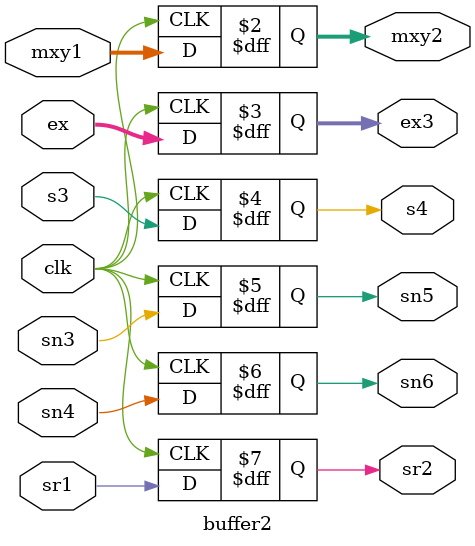
<source format=v>
`timescale 1ns / 1ps

module buffer2(mxy1,s3,sr1,ex,sn3,sn4,clk,mxy2,ex3,sn5,sn6,s4,sr2);
input [24:0]mxy1;
input s3,clk,sr1,sn3,sn4;
input [7:0]ex;
output reg[24:0]mxy2;
output reg[7:0]ex3;
output reg s4,sn5,sn6,sr2;
always@(posedge clk)
begin
sr2=sr1;
sn5=sn3;
sn6=sn4;
ex3=ex;
mxy2=mxy1;
s4=s3;
end
endmodule
</source>
